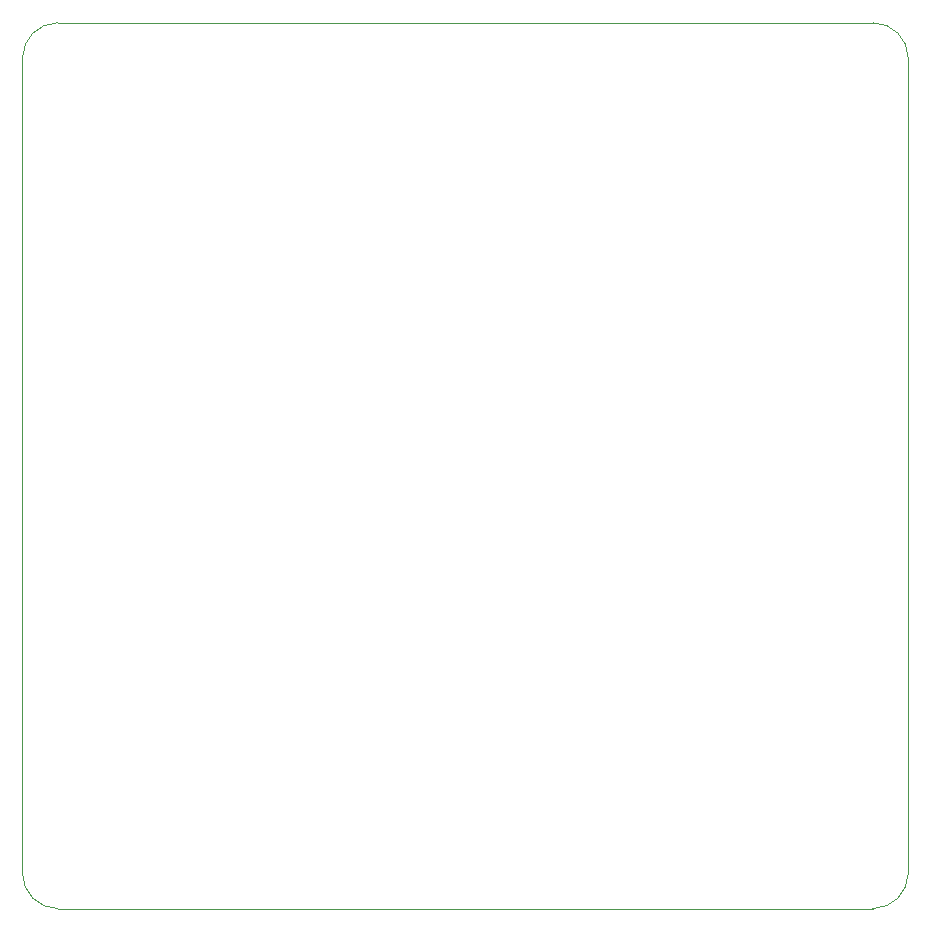
<source format=gm1>
%TF.GenerationSoftware,KiCad,Pcbnew,8.0.1*%
%TF.CreationDate,2024-09-08T16:29:12+01:00*%
%TF.ProjectId,BaselineRP2040MotorController,42617365-6c69-46e6-9552-50323034304d,rev?*%
%TF.SameCoordinates,Original*%
%TF.FileFunction,Profile,NP*%
%FSLAX46Y46*%
G04 Gerber Fmt 4.6, Leading zero omitted, Abs format (unit mm)*
G04 Created by KiCad (PCBNEW 8.0.1) date 2024-09-08 16:29:12*
%MOMM*%
%LPD*%
G01*
G04 APERTURE LIST*
%TA.AperFunction,Profile*%
%ADD10C,0.050000*%
%TD*%
G04 APERTURE END LIST*
D10*
X186400000Y-33100000D02*
X186400000Y-102100000D01*
X114400000Y-30100000D02*
X183400000Y-30100000D01*
X111400000Y-102100000D02*
X111400000Y-33100000D01*
X183400000Y-105100000D02*
X114400000Y-105100000D01*
X183400000Y-30100000D02*
G75*
G02*
X186400000Y-33100000I0J-3000000D01*
G01*
X111400000Y-33100000D02*
G75*
G02*
X114400000Y-30100000I3000000J0D01*
G01*
X186400000Y-102100000D02*
G75*
G02*
X183400000Y-105100000I-3000000J0D01*
G01*
X114400000Y-105100000D02*
G75*
G02*
X111400000Y-102100000I0J3000000D01*
G01*
M02*

</source>
